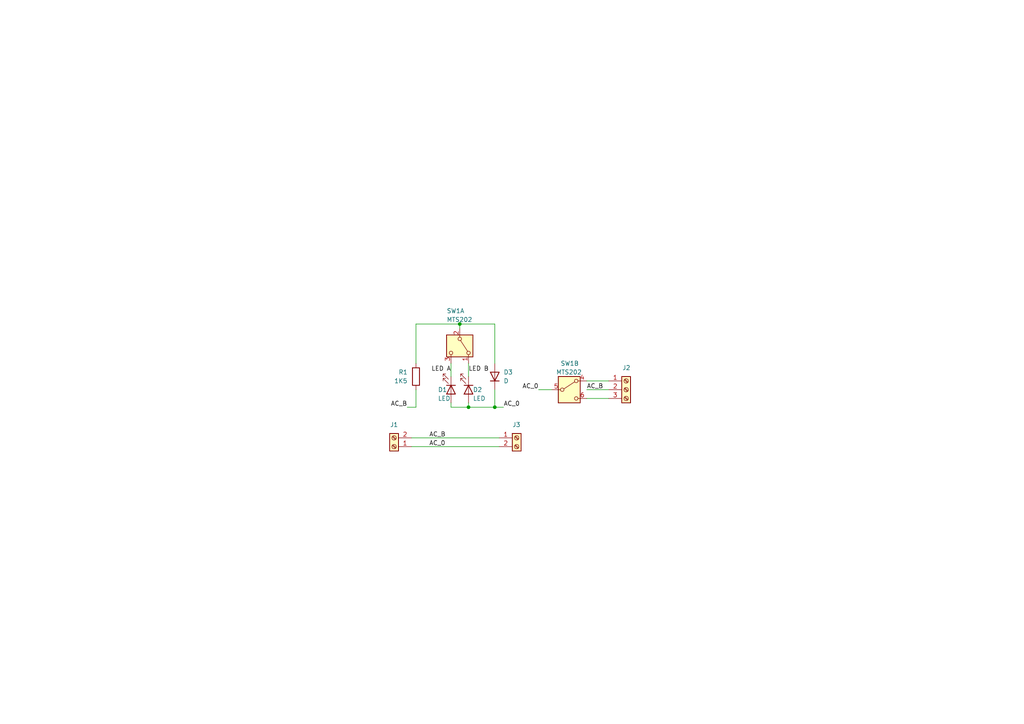
<source format=kicad_sch>
(kicad_sch (version 20231120) (generator "eeschema") (generator_version "8.0")
  (paper "A4")
  (lib_symbols
    (symbol "Connector:Screw_Terminal_01x02" (pin_names (offset 1.016) hide)
      (property "Reference" "J" (at 0 2.54 0))
      (property "Value" "Screw_Terminal_01x02" (at 0 -5.08 0))
      (symbol "Screw_Terminal_01x02_1_1"
        (rectangle (start -1.27 1.27) (end 1.27 -3.81) (stroke (width 0.254)) (fill (type background)))
        (circle (center 0 -2.54) (radius 0.635) (stroke (width 0.1524)))
        (polyline (pts (xy -0.5334 -2.2098) (xy 0.3302 -3.048)) (stroke (width 0.1524)))
        (polyline (pts (xy -0.5334 0.3302) (xy 0.3302 -0.508)) (stroke (width 0.1524)))
        (polyline (pts (xy -0.3556 -2.032) (xy 0.508 -2.8702)) (stroke (width 0.1524)))
        (polyline (pts (xy -0.3556 0.508) (xy 0.508 -0.3302)) (stroke (width 0.1524)))
        (circle (center 0 0) (radius 0.635) (stroke (width 0.1524)))
        (pin passive line (at -5.08 0 0) (length 3.81) (name "Pin_1") (number "1"))
        (pin passive line (at -5.08 -2.54 0) (length 3.81) (name "Pin_2") (number "2"))
      )
    )
    (symbol "Connector:Screw_Terminal_01x03" (pin_names (offset 1.016) hide)
      (property "Reference" "J" (at 0 5.08 0))
      (property "Value" "Screw_Terminal_01x03" (at 0 -5.08 0))
      (symbol "Screw_Terminal_01x03_1_1"
        (rectangle (start -1.27 3.81) (end 1.27 -3.81) (stroke (width 0.254)) (fill (type background)))
        (circle (center 0 -2.54) (radius 0.635) (stroke (width 0.1524)))
        (polyline (pts (xy -0.5334 -2.2098) (xy 0.3302 -3.048)) (stroke (width 0.1524)))
        (polyline (pts (xy -0.5334 0.3302) (xy 0.3302 -0.508)) (stroke (width 0.1524)))
        (polyline (pts (xy -0.5334 2.8702) (xy 0.3302 2.032)) (stroke (width 0.1524)))
        (polyline (pts (xy -0.3556 -2.032) (xy 0.508 -2.8702)) (stroke (width 0.1524)))
        (polyline (pts (xy -0.3556 0.508) (xy 0.508 -0.3302)) (stroke (width 0.1524)))
        (polyline (pts (xy -0.3556 3.048) (xy 0.508 2.2098)) (stroke (width 0.1524)))
        (circle (center 0 0) (radius 0.635) (stroke (width 0.1524)))
        (circle (center 0 2.54) (radius 0.635) (stroke (width 0.1524)))
        (pin passive line (at -5.08 2.54 0) (length 3.81) (name "Pin_1") (number "1"))
        (pin passive line (at -5.08 0 0) (length 3.81) (name "Pin_2") (number "2"))
        (pin passive line (at -5.08 -2.54 0) (length 3.81) (name "Pin_3") (number "3"))
      )
    )
    (symbol "Device:D" (pin_numbers hide) (pin_names (offset 1.016) hide)
      (property "Reference" "D" (at 0 2.54 0))
      (property "Value" "D" (at 0 -2.54 0))
      (symbol "D_0_1"
        (polyline (pts (xy -1.27 1.27) (xy -1.27 -1.27)) (stroke (width 0.254)))
        (polyline (pts (xy 1.27 0) (xy -1.27 0)))
        (polyline (pts (xy 1.27 1.27) (xy 1.27 -1.27) (xy -1.27 0) (xy 1.27 1.27)) (stroke (width 0.254)))
      )
      (symbol "D_1_1"
        (pin passive line (at -3.81 0 0) (length 2.54) (name "K") (number "1"))
        (pin passive line (at 3.81 0 180) (length 2.54) (name "A") (number "2"))
      )
    )
    (symbol "Device:LED" (pin_numbers hide) (pin_names (offset 1.016) hide)
      (property "Reference" "D" (at 0 2.54 0))
      (property "Value" "LED" (at 0 -2.54 0))
      (symbol "LED_0_1"
        (polyline (pts (xy -1.27 -1.27) (xy -1.27 1.27)) (stroke (width 0.254)))
        (polyline (pts (xy -1.27 0) (xy 1.27 0)))
        (polyline (pts (xy 1.27 -1.27) (xy 1.27 1.27) (xy -1.27 0) (xy 1.27 -1.27)) (stroke (width 0.254)))
        (polyline (pts (xy -3.048 -0.762) (xy -4.572 -2.286) (xy -3.81 -2.286) (xy -4.572 -2.286) (xy -4.572 -1.524)))
        (polyline (pts (xy -1.778 -0.762) (xy -3.302 -2.286) (xy -2.54 -2.286) (xy -3.302 -2.286) (xy -3.302 -1.524)))
      )
      (symbol "LED_1_1"
        (pin passive line (at -3.81 0 0) (length 2.54) (name "K") (number "1"))
        (pin passive line (at 3.81 0 180) (length 2.54) (name "A") (number "2"))
      )
    )
    (symbol "Device:R" (pin_numbers hide) (pin_names (offset 0))
      (property "Reference" "R" (at 2.032 0 90))
      (property "Value" "R" (at 0 0 90))
      (symbol "R_0_1"
        (rectangle (start -1.016 -2.54) (end 1.016 2.54) (stroke (width 0.254)))
      )
      (symbol "R_1_1"
        (pin passive line (at 0 3.81 270) (length 1.27) (name "~") (number "1"))
        (pin passive line (at 0 -3.81 90) (length 1.27) (name "~") (number "2"))
      )
    )
    (symbol "Switch:SW_DPDT_x2" (pin_names (offset 0) hide)
      (property "Reference" "SW" (at 0 5.08 0))
      (property "Value" "SW_DPDT_x2" (at 0 -5.08 0))
      (symbol "SW_DPDT_x2_0_0"
        (circle (center -2.032 0) (radius 0.508))
        (circle (center 2.032 -2.54) (radius 0.508))
      )
      (symbol "SW_DPDT_x2_0_1"
        (rectangle (start -3.175 3.81) (end 3.175 -3.81) (stroke (width 0.254)) (fill (type background)))
        (polyline (pts (xy -1.524 0.254) (xy 1.5748 2.286)))
        (circle (center 2.032 2.54) (radius 0.508))
      )
      (symbol "SW_DPDT_x2_1_1"
        (pin passive line (at 5.08 2.54 180) (length 2.54) (name "A") (number "1"))
        (pin passive line (at -5.08 0 0) (length 2.54) (name "B") (number "2"))
        (pin passive line (at 5.08 -2.54 180) (length 2.54) (name "C") (number "3"))
      )
      (symbol "SW_DPDT_x2_2_1"
        (pin passive line (at 5.08 2.54 180) (length 2.54) (name "A") (number "4"))
        (pin passive line (at -5.08 0 0) (length 2.54) (name "B") (number "5"))
        (pin passive line (at 5.08 -2.54 180) (length 2.54) (name "C") (number "6"))
      )
    )
  )
  (junction (at 133.35 93.98))
  (junction (at 135.89 118.11))
  (junction (at 143.51 118.11))
  (wire (pts (xy 135.89 105.41) (xy 135.89 109.22)))
  (wire (pts (xy 170.18 110.49) (xy 176.53 110.49)))
  (wire (pts (xy 120.65 93.98) (xy 120.65 105.41)))
  (wire (pts (xy 170.18 115.57) (xy 176.53 115.57)))
  (wire (pts (xy 130.81 118.11) (xy 130.81 116.84)))
  (wire (pts (xy 120.65 93.98) (xy 133.35 93.98)))
  (wire (pts (xy 130.81 118.11) (xy 135.89 118.11)))
  (wire (pts (xy 130.81 105.41) (xy 130.81 109.22)))
  (wire (pts (xy 120.65 118.11) (xy 120.65 113.03)))
  (wire (pts (xy 143.51 93.98) (xy 143.51 105.41)))
  (wire (pts (xy 118.11 118.11) (xy 120.65 118.11)))
  (wire (pts (xy 170.18 113.03) (xy 176.53 113.03)))
  (wire (pts (xy 143.51 113.03) (xy 143.51 118.11)))
  (wire (pts (xy 133.35 93.98) (xy 143.51 93.98)))
  (wire (pts (xy 143.51 118.11) (xy 135.89 118.11)))
  (wire (pts (xy 146.05 118.11) (xy 143.51 118.11)))
  (wire (pts (xy 160.02 113.03) (xy 156.21 113.03)))
  (wire (pts (xy 135.89 118.11) (xy 135.89 116.84)))
  (wire (pts (xy 119.38 129.54) (xy 144.78 129.54)))
  (wire (pts (xy 119.38 127) (xy 144.78 127)))
  (wire (pts (xy 133.35 93.98) (xy 133.35 95.25)))
  (label "LED B" (at 135.89 107.95 0))
  (label "AC_B" (at 124.46 127 0))
  (label "AC_0" (at 124.46 129.54 0))
  (label "AC_B" (at 118.11 118.11 180))
  (label "AC_0" (at 156.21 113.03 180))
  (label "AC_0" (at 146.05 118.11 0))
  (label "AC_B" (at 170.18 113.03 0))
  (label "LED A" (at 130.81 107.95 180))
  (symbol (lib_id "Switch:SW_DPDT_x2") (at 165.1 113.03 0) (unit 2)
    (property "Reference" "SW1" (at 162.56 105.41 0) (effects (justify left)))
    (property "Value" "MTS202" (at 161.29 107.95 0) (effects (justify left)))
    (property "Footprint" "custom_kicad_lib_sk:MTS_DPDT" (effects (hide yes)))
    (property "Description" "Switch, dual pole double throw, separate symbols" (effects (hide yes)))
  )
  (symbol (lib_id "Device:D") (at 143.51 109.22 90) (unit 1)
    (property "Reference" "D3" (at 146.05 107.95 90) (effects (justify right)))
    (property "Value" "D" (at 146.05 110.49 90) (effects (justify right)))
    (property "Footprint" "Diode_THT:D_DO-34_SOD68_P7.62mm_Horizontal" (effects (hide yes)))
    (property "Description" "Diode" (effects (hide yes)))
    (property "Sim.Device" "D" (effects (hide yes)))
    (property "Sim.Pins" "1=K 2=A" (effects (hide yes)))
  )
  (symbol (lib_id "Device:LED") (at 130.81 113.03 270) (unit 1)
    (property "Reference" "D1" (at 127 113.03 90) (effects (justify left)))
    (property "Value" "LED" (at 127 115.57 90) (effects (justify left)))
    (property "Footprint" "LED_THT:LED_D3.0mm" (effects (hide yes)))
    (property "Description" "Light emitting diode" (effects (hide yes)))
  )
  (symbol (lib_id "Connector:Screw_Terminal_01x03") (at 181.61 113.03 0) (unit 1)
    (property "Reference" "J2" (at 182.88 106.68 0) (effects (justify right)))
    (property "Value" "Screw_Terminal_01x03" (effects (hide yes)))
    (property "Footprint" "Connector_Phoenix_MC:PhoenixContact_MC_1,5_3-G-3.5_1x03_P3.50mm_Horizontal" (effects (hide yes)))
    (property "Description" "Generic screw terminal, single row, 01x03, script generated (kicad-library-utils/schlib/autogen/connector/)" (effects (hide yes)))
  )
  (symbol (lib_id "Connector:Screw_Terminal_01x02") (at 114.3 129.54 180) (unit 1)
    (property "Reference" "J1" (at 114.3 123.19 0))
    (property "Value" "Screw_Terminal_01x02" (effects (hide yes)))
    (property "Footprint" "Connector_Phoenix_MC:PhoenixContact_MC_1,5_2-G-3.5_1x02_P3.50mm_Horizontal" (effects (hide yes)))
    (property "Description" "Generic screw terminal, single row, 01x02, script generated (kicad-library-utils/schlib/autogen/connector/)" (effects (hide yes)))
  )
  (symbol (lib_id "Device:LED") (at 135.89 113.03 270) (unit 1)
    (property "Reference" "D2" (at 137.16 113.03 90) (effects (justify left)))
    (property "Value" "LED" (at 137.16 115.57 90) (effects (justify left)))
    (property "Footprint" "LED_THT:LED_D3.0mm" (effects (hide yes)))
    (property "Description" "Light emitting diode" (effects (hide yes)))
  )
  (symbol (lib_id "Switch:SW_DPDT_x2") (at 133.35 100.33 270) (unit 1)
    (property "Reference" "SW1" (at 129.54 90.17 90) (effects (justify left)))
    (property "Value" "MTS202" (at 129.54 92.71 90) (effects (justify left)))
    (property "Footprint" "custom_kicad_lib_sk:MTS_DPDT" (effects (hide yes)))
    (property "Description" "Switch, dual pole double throw, separate symbols" (effects (hide yes)))
  )
  (symbol (lib_id "Device:R") (at 120.65 109.22 0) (unit 1)
    (property "Reference" "R1" (at 115.57 107.95 0) (effects (justify left)))
    (property "Value" "1K5" (at 114.3 110.49 0) (effects (justify left)))
    (property "Footprint" "Resistor_THT:R_Axial_DIN0204_L3.6mm_D1.6mm_P7.62mm_Horizontal" (effects (hide yes)))
    (property "Description" "Resistor" (effects (hide yes)))
  )
  (symbol (lib_id "Connector:Screw_Terminal_01x02") (at 149.86 127 0) (unit 1)
    (property "Reference" "J3" (at 148.59 123.19 0) (effects (justify left)))
    (property "Value" "Screw_Terminal_01x02" (effects (hide yes)))
    (property "Footprint" "Connector_Phoenix_MC:PhoenixContact_MC_1,5_2-G-3.5_1x02_P3.50mm_Horizontal" (effects (hide yes)))
    (property "Description" "Generic screw terminal, single row, 01x02, script generated (kicad-library-utils/schlib/autogen/connector/)" (effects (hide yes)))
  )
)
</source>
